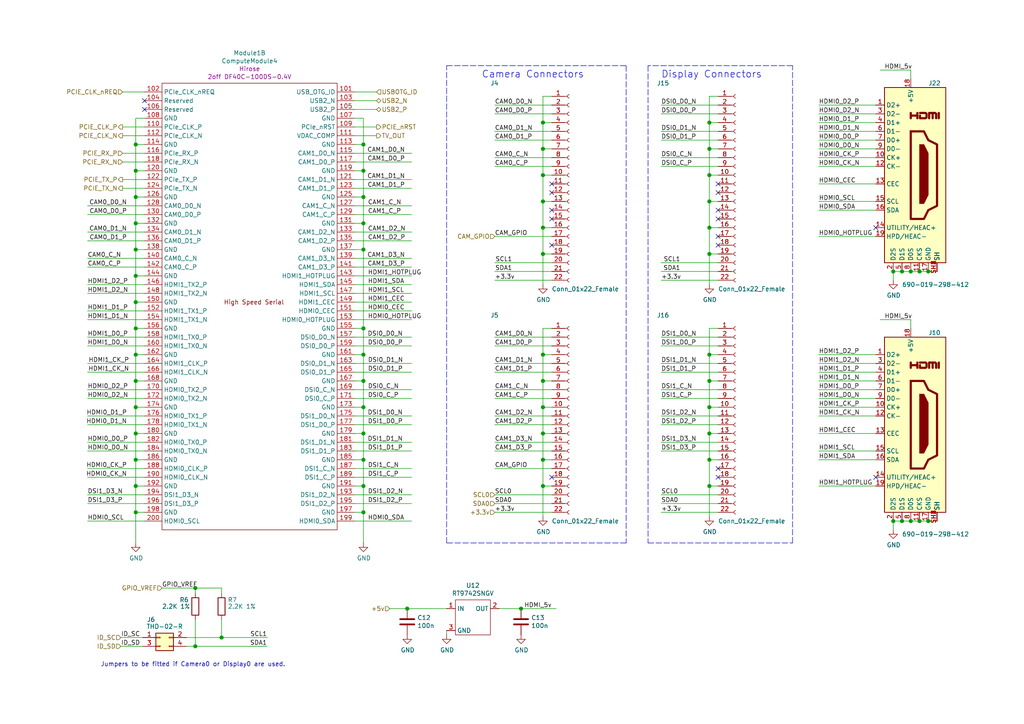
<source format=kicad_sch>
(kicad_sch (version 20211123) (generator eeschema)
  (paper "A4")
  (title_block (title "Compute Module 4 IO Board - CM4 - Highspeed") (rev "1") (company "(c) Raspberry Pi Trading 2020") (comment 1 "www.raspberrypi.org"))
  (junction (at 105.41 95.25) (diameter 1.016))
  (junction (at 157.48 118.11) (diameter 1.016))
  (junction (at 266.7 78.74) (diameter 1.016))
  (junction (at 151.13 176.53) (diameter 1.016))
  (junction (at 39.37 118.11) (diameter 1.016))
  (junction (at 261.62 151.13) (diameter 1.016))
  (junction (at 39.37 87.63) (diameter 1.016))
  (junction (at 259.08 78.74) (diameter 1.016))
  (junction (at 205.74 118.11) (diameter 1.016))
  (junction (at 205.74 58.42) (diameter 1.016))
  (junction (at 105.41 140.97) (diameter 1.016))
  (junction (at 105.41 102.87) (diameter 1.016))
  (junction (at 259.08 151.13) (diameter 1.016))
  (junction (at 205.74 73.66) (diameter 1.016))
  (junction (at 39.37 102.87) (diameter 1.016))
  (junction (at 157.48 58.42) (diameter 1.016))
  (junction (at 157.48 140.97) (diameter 1.016))
  (junction (at 205.74 66.04) (diameter 1.016))
  (junction (at 105.41 133.35) (diameter 1.016))
  (junction (at 39.37 72.39) (diameter 1.016))
  (junction (at 105.41 49.53) (diameter 1.016))
  (junction (at 205.74 133.35) (diameter 1.016))
  (junction (at 39.37 49.53) (diameter 1.016))
  (junction (at 39.37 64.77) (diameter 1.016))
  (junction (at 269.24 78.74) (diameter 1.016))
  (junction (at 205.74 35.56) (diameter 1.016))
  (junction (at 39.37 140.97) (diameter 1.016))
  (junction (at 105.41 118.11) (diameter 1.016))
  (junction (at 39.37 95.25) (diameter 1.016))
  (junction (at 157.48 35.56) (diameter 1.016))
  (junction (at 39.37 80.01) (diameter 1.016))
  (junction (at 205.74 125.73) (diameter 1.016))
  (junction (at 205.74 110.49) (diameter 1.016))
  (junction (at 266.7 151.13) (diameter 1.016))
  (junction (at 205.74 43.18) (diameter 1.016))
  (junction (at 39.37 148.59) (diameter 1.016))
  (junction (at 157.48 66.04) (diameter 1.016))
  (junction (at 56.642 170.561) (diameter 1.016))
  (junction (at 105.41 41.91) (diameter 1.016))
  (junction (at 205.74 102.87) (diameter 1.016))
  (junction (at 264.16 151.13) (diameter 1.016))
  (junction (at 56.642 187.452) (diameter 1.016))
  (junction (at 105.41 110.49) (diameter 1.016))
  (junction (at 105.41 72.39) (diameter 1.016))
  (junction (at 157.48 50.8) (diameter 1.016))
  (junction (at 118.11 176.53) (diameter 1.016))
  (junction (at 261.62 78.74) (diameter 1.016))
  (junction (at 157.48 133.35) (diameter 1.016))
  (junction (at 157.48 102.87) (diameter 1.016))
  (junction (at 205.74 50.8) (diameter 1.016))
  (junction (at 264.16 78.74) (diameter 1.016))
  (junction (at 157.48 110.49) (diameter 1.016))
  (junction (at 64.262 184.912) (diameter 1.016))
  (junction (at 39.37 110.49) (diameter 1.016))
  (junction (at 39.37 41.91) (diameter 1.016))
  (junction (at 105.41 64.77) (diameter 1.016))
  (junction (at 39.37 133.35) (diameter 1.016))
  (junction (at 157.48 73.66) (diameter 1.016))
  (junction (at 39.37 125.73) (diameter 1.016))
  (junction (at 205.74 140.97) (diameter 1.016))
  (junction (at 105.41 148.59) (diameter 1.016))
  (junction (at 105.41 125.73) (diameter 1.016))
  (junction (at 269.24 151.13) (diameter 1.016))
  (junction (at 157.48 125.73) (diameter 1.016))
  (junction (at 39.37 57.15) (diameter 1.016))
  (junction (at 157.48 43.18) (diameter 1.016))
  (junction (at 105.41 57.15) (diameter 1.016))
  (no_connect (at 160.02 53.34))
  (no_connect (at 160.02 60.96))
  (no_connect (at 160.02 63.5))
  (no_connect (at 208.28 63.5))
  (no_connect (at 208.28 60.96))
  (no_connect (at 41.91 31.75))
  (no_connect (at 208.28 68.58))
  (no_connect (at 208.28 138.43))
  (no_connect (at 160.02 138.43))
  (no_connect (at 41.91 29.21))
  (no_connect (at 160.02 71.12))
  (no_connect (at 254 138.43))
  (no_connect (at 208.28 53.34))
  (no_connect (at 208.28 55.88))
  (no_connect (at 208.28 71.12))
  (no_connect (at 160.02 55.88))
  (no_connect (at 208.28 135.89))
  (no_connect (at 254 66.04))
  (wire (pts (xy 25.4 85.09) (xy 41.91 85.09)))
  (wire (pts (xy 119.38 44.45) (xy 102.87 44.45)))
  (wire (pts (xy 191.77 45.72) (xy 208.28 45.72)))
  (wire (pts (xy 269.24 78.74) (xy 271.78 78.74)))
  (wire (pts (xy 208.28 81.28) (xy 191.77 81.28)))
  (wire (pts (xy 119.38 100.33) (xy 102.87 100.33)))
  (wire (pts (xy 39.37 87.63) (xy 41.91 87.63)))
  (wire (pts (xy 143.51 128.27) (xy 160.02 128.27)))
  (polyline (pts (xy 181.61 157.48) (xy 129.54 157.48)) (stroke (width 0) (type dash)))
  (wire (pts (xy 102.87 118.11) (xy 105.41 118.11)))
  (wire (pts (xy 237.49 53.34) (xy 254 53.34)))
  (wire (pts (xy 157.48 73.66) (xy 157.48 82.55)))
  (wire (pts (xy 237.49 115.57) (xy 254 115.57)))
  (wire (pts (xy 25.4 97.79) (xy 41.91 97.79)))
  (wire (pts (xy 56.642 170.561) (xy 64.262 170.561)))
  (wire (pts (xy 237.49 35.56) (xy 254 35.56)))
  (wire (pts (xy 205.74 110.49) (xy 208.28 110.49)))
  (wire (pts (xy 255.27 92.71) (xy 264.16 92.71)))
  (wire (pts (xy 39.37 41.91) (xy 39.37 49.53)))
  (wire (pts (xy 41.91 140.97) (xy 39.37 140.97)))
  (wire (pts (xy 191.77 33.02) (xy 208.28 33.02)))
  (wire (pts (xy 39.37 80.01) (xy 39.37 87.63)))
  (wire (pts (xy 157.48 73.66) (xy 160.02 73.66)))
  (wire (pts (xy 237.49 133.35) (xy 254 133.35)))
  (wire (pts (xy 157.48 125.73) (xy 160.02 125.73)))
  (wire (pts (xy 205.74 140.97) (xy 205.74 149.86)))
  (wire (pts (xy 39.37 102.87) (xy 39.37 110.49)))
  (wire (pts (xy 191.77 100.33) (xy 208.28 100.33)))
  (wire (pts (xy 102.87 146.05) (xy 119.38 146.05)))
  (wire (pts (xy 102.87 62.23) (xy 119.38 62.23)))
  (wire (pts (xy 41.91 148.59) (xy 39.37 148.59)))
  (wire (pts (xy 160.02 68.58) (xy 143.51 68.58)))
  (wire (pts (xy 35.56 54.61) (xy 41.91 54.61)))
  (wire (pts (xy 25.4 115.57) (xy 41.91 115.57)))
  (wire (pts (xy 102.87 113.03) (xy 119.38 113.03)))
  (wire (pts (xy 237.49 33.02) (xy 254 33.02)))
  (wire (pts (xy 237.49 105.41) (xy 254 105.41)))
  (wire (pts (xy 259.08 78.74) (xy 261.62 78.74)))
  (polyline (pts (xy 229.87 19.05) (xy 187.96 19.05)) (stroke (width 0) (type dash)))
  (wire (pts (xy 205.74 66.04) (xy 205.74 73.66)))
  (wire (pts (xy 160.02 76.2) (xy 143.51 76.2)))
  (wire (pts (xy 113.03 176.53) (xy 118.11 176.53)))
  (wire (pts (xy 208.28 27.94) (xy 205.74 27.94)))
  (wire (pts (xy 208.28 95.25) (xy 205.74 95.25)))
  (wire (pts (xy 264.16 78.74) (xy 266.7 78.74)))
  (wire (pts (xy 41.91 123.19) (xy 25.4 123.19)))
  (wire (pts (xy 205.74 133.35) (xy 208.28 133.35)))
  (wire (pts (xy 259.08 78.74) (xy 259.08 81.28)))
  (wire (pts (xy 102.87 41.91) (xy 105.41 41.91)))
  (wire (pts (xy 143.51 100.33) (xy 160.02 100.33)))
  (wire (pts (xy 157.48 50.8) (xy 160.02 50.8)))
  (wire (pts (xy 41.91 62.23) (xy 25.4 62.23)))
  (wire (pts (xy 35.052 187.452) (xy 41.402 187.452)))
  (wire (pts (xy 157.48 118.11) (xy 160.02 118.11)))
  (wire (pts (xy 105.41 118.11) (xy 105.41 125.73)))
  (wire (pts (xy 205.74 133.35) (xy 205.74 140.97)))
  (wire (pts (xy 259.08 151.13) (xy 261.62 151.13)))
  (wire (pts (xy 205.74 102.87) (xy 208.28 102.87)))
  (wire (pts (xy 237.49 48.26) (xy 254 48.26)))
  (wire (pts (xy 56.642 187.452) (xy 77.47 187.452)))
  (wire (pts (xy 105.41 57.15) (xy 105.41 49.53)))
  (wire (pts (xy 39.37 110.49) (xy 39.37 118.11)))
  (wire (pts (xy 237.49 120.65) (xy 254 120.65)))
  (wire (pts (xy 119.38 74.93) (xy 102.87 74.93)))
  (wire (pts (xy 105.41 72.39) (xy 105.41 64.77)))
  (wire (pts (xy 102.87 143.51) (xy 119.38 143.51)))
  (wire (pts (xy 208.28 76.2) (xy 191.77 76.2)))
  (wire (pts (xy 191.77 105.41) (xy 208.28 105.41)))
  (wire (pts (xy 237.49 43.18) (xy 254 43.18)))
  (wire (pts (xy 191.77 38.1) (xy 208.28 38.1)))
  (wire (pts (xy 102.87 39.37) (xy 109.22 39.37)))
  (wire (pts (xy 102.87 92.71) (xy 119.38 92.71)))
  (wire (pts (xy 41.91 67.31) (xy 25.4 67.31)))
  (wire (pts (xy 157.48 95.25) (xy 157.48 102.87)))
  (wire (pts (xy 102.87 135.89) (xy 119.38 135.89)))
  (wire (pts (xy 160.02 95.25) (xy 157.48 95.25)))
  (wire (pts (xy 160.02 78.74) (xy 143.51 78.74)))
  (wire (pts (xy 205.74 43.18) (xy 208.28 43.18)))
  (wire (pts (xy 35.56 39.37) (xy 41.91 39.37)))
  (wire (pts (xy 160.02 81.28) (xy 143.51 81.28)))
  (wire (pts (xy 157.48 110.49) (xy 160.02 110.49)))
  (wire (pts (xy 39.37 118.11) (xy 41.91 118.11)))
  (wire (pts (xy 205.74 35.56) (xy 208.28 35.56)))
  (wire (pts (xy 39.37 95.25) (xy 41.91 95.25)))
  (wire (pts (xy 102.87 57.15) (xy 105.41 57.15)))
  (wire (pts (xy 157.48 102.87) (xy 157.48 110.49)))
  (wire (pts (xy 237.49 113.03) (xy 254 113.03)))
  (wire (pts (xy 119.38 52.07) (xy 102.87 52.07)))
  (wire (pts (xy 157.48 118.11) (xy 157.48 125.73)))
  (wire (pts (xy 191.77 30.48) (xy 208.28 30.48)))
  (wire (pts (xy 160.02 146.05) (xy 143.51 146.05)))
  (wire (pts (xy 259.08 151.13) (xy 259.08 153.67)))
  (wire (pts (xy 39.37 95.25) (xy 39.37 102.87)))
  (wire (pts (xy 261.62 78.74) (xy 264.16 78.74)))
  (wire (pts (xy 205.74 118.11) (xy 208.28 118.11)))
  (wire (pts (xy 102.87 138.43) (xy 119.38 138.43)))
  (wire (pts (xy 205.74 118.11) (xy 205.74 125.73)))
  (wire (pts (xy 264.16 92.71) (xy 264.16 95.25)))
  (wire (pts (xy 205.74 27.94) (xy 205.74 35.56)))
  (wire (pts (xy 208.28 78.74) (xy 191.77 78.74)))
  (wire (pts (xy 105.41 64.77) (xy 105.41 57.15)))
  (wire (pts (xy 157.48 58.42) (xy 160.02 58.42)))
  (wire (pts (xy 105.41 41.91) (xy 105.41 34.29)))
  (wire (pts (xy 261.62 151.13) (xy 264.16 151.13)))
  (wire (pts (xy 157.48 140.97) (xy 160.02 140.97)))
  (wire (pts (xy 143.51 115.57) (xy 160.02 115.57)))
  (wire (pts (xy 237.49 140.97) (xy 254 140.97)))
  (wire (pts (xy 191.77 128.27) (xy 208.28 128.27)))
  (wire (pts (xy 39.37 72.39) (xy 39.37 80.01)))
  (wire (pts (xy 205.74 125.73) (xy 208.28 125.73)))
  (wire (pts (xy 54.102 187.452) (xy 56.642 187.452)))
  (wire (pts (xy 39.37 57.15) (xy 39.37 64.77)))
  (wire (pts (xy 143.51 30.48) (xy 160.02 30.48)))
  (wire (pts (xy 191.77 123.19) (xy 208.28 123.19)))
  (wire (pts (xy 102.87 29.21) (xy 109.22 29.21)))
  (polyline (pts (xy 187.96 19.05) (xy 187.96 157.48)) (stroke (width 0) (type dash)))
  (wire (pts (xy 46.99 170.561) (xy 56.642 170.561)))
  (wire (pts (xy 205.74 43.18) (xy 205.74 50.8)))
  (wire (pts (xy 157.48 102.87) (xy 160.02 102.87)))
  (wire (pts (xy 191.77 107.95) (xy 208.28 107.95)))
  (wire (pts (xy 157.48 133.35) (xy 160.02 133.35)))
  (wire (pts (xy 160.02 148.59) (xy 143.51 148.59)))
  (wire (pts (xy 143.51 38.1) (xy 160.02 38.1)))
  (wire (pts (xy 205.74 102.87) (xy 205.74 110.49)))
  (wire (pts (xy 157.48 140.97) (xy 157.48 149.86)))
  (wire (pts (xy 39.37 49.53) (xy 39.37 57.15)))
  (wire (pts (xy 25.4 143.51) (xy 41.91 143.51)))
  (wire (pts (xy 25.4 151.13) (xy 41.91 151.13)))
  (wire (pts (xy 119.38 97.79) (xy 102.87 97.79)))
  (wire (pts (xy 237.49 107.95) (xy 254 107.95)))
  (wire (pts (xy 160.02 143.51) (xy 143.51 143.51)))
  (wire (pts (xy 105.41 110.49) (xy 105.41 118.11)))
  (wire (pts (xy 157.48 35.56) (xy 157.48 43.18)))
  (wire (pts (xy 102.87 133.35) (xy 105.41 133.35)))
  (wire (pts (xy 105.41 95.25) (xy 105.41 102.87)))
  (wire (pts (xy 143.51 135.89) (xy 160.02 135.89)))
  (wire (pts (xy 41.91 46.99) (xy 35.56 46.99)))
  (wire (pts (xy 157.48 50.8) (xy 157.48 58.42)))
  (wire (pts (xy 119.38 120.65) (xy 102.87 120.65)))
  (wire (pts (xy 102.87 59.69) (xy 119.38 59.69)))
  (wire (pts (xy 157.48 27.94) (xy 157.48 35.56)))
  (wire (pts (xy 25.4 92.71) (xy 41.91 92.71)))
  (wire (pts (xy 191.77 113.03) (xy 208.28 113.03)))
  (wire (pts (xy 41.91 120.65) (xy 25.4 120.65)))
  (wire (pts (xy 35.56 36.83) (xy 41.91 36.83)))
  (wire (pts (xy 157.48 66.04) (xy 157.48 73.66)))
  (wire (pts (xy 25.4 100.33) (xy 41.91 100.33)))
  (wire (pts (xy 143.51 123.19) (xy 160.02 123.19)))
  (wire (pts (xy 119.38 123.19) (xy 102.87 123.19)))
  (wire (pts (xy 237.49 38.1) (xy 254 38.1)))
  (wire (pts (xy 205.74 35.56) (xy 205.74 43.18)))
  (wire (pts (xy 151.13 176.53) (xy 161.29 176.53)))
  (wire (pts (xy 157.48 43.18) (xy 160.02 43.18)))
  (wire (pts (xy 143.51 33.02) (xy 160.02 33.02)))
  (wire (pts (xy 205.74 95.25) (xy 205.74 102.87)))
  (wire (pts (xy 39.37 34.29) (xy 39.37 41.91)))
  (wire (pts (xy 102.87 110.49) (xy 105.41 110.49)))
  (wire (pts (xy 41.91 44.45) (xy 35.56 44.45)))
  (wire (pts (xy 143.51 120.65) (xy 160.02 120.65)))
  (wire (pts (xy 205.74 50.8) (xy 205.74 58.42)))
  (wire (pts (xy 39.37 87.63) (xy 39.37 95.25)))
  (wire (pts (xy 143.51 105.41) (xy 160.02 105.41)))
  (wire (pts (xy 39.37 140.97) (xy 39.37 148.59)))
  (wire (pts (xy 157.48 58.42) (xy 157.48 66.04)))
  (wire (pts (xy 208.28 143.51) (xy 191.77 143.51)))
  (wire (pts (xy 264.16 20.32) (xy 264.16 22.86)))
  (wire (pts (xy 237.49 58.42) (xy 254 58.42)))
  (wire (pts (xy 237.49 110.49) (xy 254 110.49)))
  (wire (pts (xy 39.37 118.11) (xy 39.37 125.73)))
  (wire (pts (xy 102.87 148.59) (xy 105.41 148.59)))
  (wire (pts (xy 105.41 133.35) (xy 105.41 140.97)))
  (wire (pts (xy 157.48 133.35) (xy 157.48 140.97)))
  (wire (pts (xy 266.7 78.74) (xy 269.24 78.74)))
  (wire (pts (xy 39.37 64.77) (xy 39.37 72.39)))
  (wire (pts (xy 119.38 54.61) (xy 102.87 54.61)))
  (wire (pts (xy 102.87 107.95) (xy 119.38 107.95)))
  (wire (pts (xy 25.4 128.27) (xy 41.91 128.27)))
  (wire (pts (xy 102.87 67.31) (xy 119.38 67.31)))
  (wire (pts (xy 102.87 125.73) (xy 105.41 125.73)))
  (wire (pts (xy 39.37 133.35) (xy 39.37 140.97)))
  (wire (pts (xy 160.02 27.94) (xy 157.48 27.94)))
  (wire (pts (xy 39.37 125.73) (xy 41.91 125.73)))
  (wire (pts (xy 39.37 49.53) (xy 41.91 49.53)))
  (wire (pts (xy 41.91 105.41) (xy 25.4 105.41)))
  (wire (pts (xy 143.51 40.64) (xy 160.02 40.64)))
  (wire (pts (xy 191.77 130.81) (xy 208.28 130.81)))
  (wire (pts (xy 157.48 125.73) (xy 157.48 133.35)))
  (wire (pts (xy 191.77 48.26) (xy 208.28 48.26)))
  (wire (pts (xy 35.052 184.912) (xy 41.402 184.912)))
  (wire (pts (xy 205.74 73.66) (xy 205.74 82.55)))
  (wire (pts (xy 105.41 49.53) (xy 105.41 41.91)))
  (wire (pts (xy 25.4 113.03) (xy 41.91 113.03)))
  (wire (pts (xy 237.49 102.87) (xy 254 102.87)))
  (wire (pts (xy 119.38 77.47) (xy 102.87 77.47)))
  (wire (pts (xy 205.74 110.49) (xy 205.74 118.11)))
  (wire (pts (xy 205.74 50.8) (xy 208.28 50.8)))
  (wire (pts (xy 41.91 69.85) (xy 25.4 69.85)))
  (wire (pts (xy 266.7 151.13) (xy 269.24 151.13)))
  (wire (pts (xy 39.37 64.77) (xy 41.91 64.77)))
  (wire (pts (xy 25.4 74.93) (xy 41.91 74.93)))
  (wire (pts (xy 35.56 52.07) (xy 41.91 52.07)))
  (wire (pts (xy 143.51 97.79) (xy 160.02 97.79)))
  (wire (pts (xy 39.37 72.39) (xy 41.91 72.39)))
  (wire (pts (xy 157.48 110.49) (xy 157.48 118.11)))
  (wire (pts (xy 205.74 125.73) (xy 205.74 133.35)))
  (wire (pts (xy 39.37 57.15) (xy 41.91 57.15)))
  (wire (pts (xy 102.87 69.85) (xy 119.38 69.85)))
  (wire (pts (xy 35.56 26.67) (xy 41.91 26.67)))
  (wire (pts (xy 54.102 184.912) (xy 64.262 184.912)))
  (wire (pts (xy 208.28 148.59) (xy 191.77 148.59)))
  (wire (pts (xy 109.22 26.67) (xy 102.87 26.67)))
  (wire (pts (xy 269.24 151.13) (xy 271.78 151.13)))
  (polyline (pts (xy 181.61 19.05) (xy 181.61 157.48)) (stroke (width 0) (type dash)))
  (wire (pts (xy 237.49 40.64) (xy 254 40.64)))
  (wire (pts (xy 25.4 130.81) (xy 41.91 130.81)))
  (wire (pts (xy 205.74 58.42) (xy 208.28 58.42)))
  (wire (pts (xy 118.11 176.53) (xy 129.54 176.53)))
  (wire (pts (xy 41.91 34.29) (xy 39.37 34.29)))
  (wire (pts (xy 64.262 170.561) (xy 64.262 172.085)))
  (wire (pts (xy 41.91 135.89) (xy 25.4 135.89)))
  (wire (pts (xy 102.87 151.13) (xy 119.38 151.13)))
  (wire (pts (xy 191.77 120.65) (xy 208.28 120.65)))
  (wire (pts (xy 119.38 128.27) (xy 102.87 128.27)))
  (wire (pts (xy 41.91 59.69) (xy 25.4 59.69)))
  (wire (pts (xy 237.49 60.96) (xy 254 60.96)))
  (wire (pts (xy 157.48 35.56) (xy 160.02 35.56)))
  (wire (pts (xy 119.38 130.81) (xy 102.87 130.81)))
  (wire (pts (xy 157.48 66.04) (xy 160.02 66.04)))
  (wire (pts (xy 39.37 125.73) (xy 39.37 133.35)))
  (wire (pts (xy 41.91 107.95) (xy 25.4 107.95)))
  (wire (pts (xy 143.51 107.95) (xy 160.02 107.95)))
  (wire (pts (xy 143.51 130.81) (xy 160.02 130.81)))
  (wire (pts (xy 41.91 138.43) (xy 25.4 138.43)))
  (wire (pts (xy 102.87 31.75) (xy 109.22 31.75)))
  (polyline (pts (xy 129.54 19.05) (xy 181.61 19.05)) (stroke (width 0) (type dash)))
  (wire (pts (xy 102.87 49.53) (xy 105.41 49.53)))
  (wire (pts (xy 102.87 64.77) (xy 105.41 64.77)))
  (wire (pts (xy 102.87 87.63) (xy 119.38 87.63)))
  (wire (pts (xy 56.642 170.561) (xy 56.642 172.085)))
  (wire (pts (xy 143.51 48.26) (xy 160.02 48.26)))
  (wire (pts (xy 25.4 77.47) (xy 41.91 77.47)))
  (polyline (pts (xy 129.54 157.48) (xy 129.54 19.05)) (stroke (width 0) (type dash)))
  (wire (pts (xy 105.41 125.73) (xy 105.41 133.35)))
  (wire (pts (xy 129.54 182.88) (xy 129.54 184.15)))
  (wire (pts (xy 39.37 133.35) (xy 41.91 133.35)))
  (polyline (pts (xy 187.96 157.48) (xy 229.87 157.48)) (stroke (width 0) (type dash)))
  (wire (pts (xy 144.78 176.53) (xy 151.13 176.53)))
  (wire (pts (xy 205.74 66.04) (xy 208.28 66.04)))
  (wire (pts (xy 237.49 130.81) (xy 254 130.81)))
  (wire (pts (xy 237.49 30.48) (xy 254 30.48)))
  (wire (pts (xy 143.51 113.03) (xy 160.02 113.03)))
  (wire (pts (xy 105.41 148.59) (xy 105.41 157.48)))
  (wire (pts (xy 39.37 110.49) (xy 41.91 110.49)))
  (wire (pts (xy 105.41 102.87) (xy 105.41 110.49)))
  (wire (pts (xy 102.87 95.25) (xy 105.41 95.25)))
  (wire (pts (xy 191.77 115.57) (xy 208.28 115.57)))
  (wire (pts (xy 102.87 115.57) (xy 119.38 115.57)))
  (wire (pts (xy 102.87 102.87) (xy 105.41 102.87)))
  (wire (pts (xy 102.87 90.17) (xy 119.38 90.17)))
  (wire (pts (xy 102.87 85.09) (xy 119.38 85.09)))
  (wire (pts (xy 119.38 46.99) (xy 102.87 46.99)))
  (wire (pts (xy 105.41 140.97) (xy 105.41 148.59)))
  (wire (pts (xy 39.37 102.87) (xy 41.91 102.87)))
  (wire (pts (xy 102.87 82.55) (xy 119.38 82.55)))
  (wire (pts (xy 102.87 105.41) (xy 119.38 105.41)))
  (wire (pts (xy 64.262 184.912) (xy 77.597 184.912)))
  (wire (pts (xy 143.51 45.72) (xy 160.02 45.72)))
  (wire (pts (xy 205.74 73.66) (xy 208.28 73.66)))
  (wire (pts (xy 105.41 34.29) (xy 102.87 34.29)))
  (wire (pts (xy 205.74 58.42) (xy 205.74 66.04)))
  (wire (pts (xy 39.37 41.91) (xy 41.91 41.91)))
  (polyline (pts (xy 229.87 157.48) (xy 229.87 19.05)) (stroke (width 0) (type dash)))
  (wire (pts (xy 56.642 179.705) (xy 56.642 187.452)))
  (wire (pts (xy 102.87 72.39) (xy 105.41 72.39)))
  (wire (pts (xy 157.48 43.18) (xy 157.48 50.8)))
  (wire (pts (xy 191.77 40.64) (xy 208.28 40.64)))
  (wire (pts (xy 264.16 151.13) (xy 266.7 151.13)))
  (wire (pts (xy 255.27 20.32) (xy 264.16 20.32)))
  (wire (pts (xy 39.37 80.01) (xy 41.91 80.01)))
  (wire (pts (xy 39.37 148.59) (xy 39.37 157.48)))
  (wire (pts (xy 105.41 72.39) (xy 105.41 95.25)))
  (wire (pts (xy 25.4 90.17) (xy 41.91 90.17)))
  (wire (pts (xy 102.87 140.97) (xy 105.41 140.97)))
  (wire (pts (xy 237.49 125.73) (xy 254 125.73)))
  (wire (pts (xy 102.87 80.01) (xy 119.38 80.01)))
  (wire (pts (xy 208.28 146.05) (xy 191.77 146.05)))
  (wire (pts (xy 64.262 179.705) (xy 64.262 184.912)))
  (wire (pts (xy 102.87 36.83) (xy 109.22 36.83)))
  (wire (pts (xy 25.4 82.55) (xy 41.91 82.55)))
  (wire (pts (xy 191.77 97.79) (xy 208.28 97.79)))
  (wire (pts (xy 237.49 45.72) (xy 254 45.72)))
  (wire (pts (xy 237.49 68.58) (xy 254 68.58)))
  (wire (pts (xy 237.49 118.11) (xy 254 118.11)))
  (wire (pts (xy 205.74 140.97) (xy 208.28 140.97)))
  (wire (pts (xy 25.4 146.05) (xy 41.91 146.05)))
  (text "Jumpers to be fitted if Camera0 or Display0 are used.\n" (at 82.804 193.548 0) (effects (font (size 1.27 1.27)) (justify right bottom)))
  (text "Camera Connectors" (at 139.7 22.86 0) (effects (font (size 2.0066 2.0066)) (justify left bottom)))
  (text "Display Connectors" (at 191.77 22.86 0) (effects (font (size 2.0066 2.0066)) (justify left bottom)))
  (label "SDA0" (at 191.77 146.05 0))
  (label "DSI1_C_P" (at 106.68 138.43 0))
  (label "HDMI_5v" (at 256.54 20.32 0))
  (label "HDMI0_CK_N" (at 237.49 48.26 0))
  (label "CAM1_D2_N" (at 106.68 67.31 0))
  (label "HDMI0_CK_P" (at 36.83 135.89 180))
  (label "HDMI1_SDA" (at 106.68 82.55 0))
  (label "DSI0_C_P" (at 106.68 115.57 0))
  (label "CAM1_C_P" (at 143.51 115.57 0))
  (label "CAM0_D0_P" (at 143.51 33.02 0))
  (label "CAM1_D1_N" (at 143.51 105.41 0))
  (label "HDMI0_D2_P" (at 237.49 30.48 0))
  (label "HDMI0_D1_N" (at 36.83 123.19 180))
  (label "HDMI1_SCL" (at 106.68 85.09 0))
  (label "CAM0_D0_N" (at 143.51 30.48 0))
  (label "CAM1_D0_P" (at 143.51 100.33 0))
  (label "DSI1_C_P" (at 191.77 115.57 0))
  (label "DSI0_D1_N" (at 106.68 105.41 0))
  (label "SDA1" (at 197.358 78.74 180))
  (label "HDMI0_D0_P" (at 25.4 128.27 0))
  (label "DSI1_D0_P" (at 116.84 123.19 180))
  (label "CAM1_D1_N" (at 117.475 52.07 180))
  (label "CAM1_D3_P" (at 143.51 130.81 0))
  (label "HDMI1_CK_P" (at 37.465 105.41 180))
  (label "CAM1_D3_N" (at 143.51 128.27 0))
  (label "DSI0_D0_N" (at 191.77 30.48 0))
  (label "CAM1_D0_N" (at 117.475 44.45 180))
  (label "HDMI0_CEC" (at 106.68 90.17 0))
  (label "HDMI1_SCL" (at 237.49 130.81 0))
  (label "DSI1_D1_N" (at 191.77 105.41 0))
  (label "CAM0_D0_N" (at 36.83 59.69 180))
  (label "+3.3v" (at 143.51 148.59 0))
  (label "CAM0_D1_N" (at 143.51 38.1 0))
  (label "HDMI1_D2_P" (at 25.4 82.55 0))
  (label "DSI0_C_N" (at 106.68 113.03 0))
  (label "DSI1_D3_P" (at 191.77 130.81 0))
  (label "HDMI0_D0_N" (at 237.49 43.18 0))
  (label "DSI1_D2_N" (at 191.77 120.65 0))
  (label "HDMI1_D0_P" (at 25.4 97.79 0))
  (label "CAM1_D1_P" (at 117.475 54.61 180))
  (label "CAM1_C_N" (at 106.68 59.69 0))
  (label "HDMI0_HOTPLUG" (at 237.49 68.58 0))
  (label "DSI1_D0_P" (at 191.77 100.33 0))
  (label "HDMI1_D2_P" (at 237.49 102.87 0))
  (label "HDMI1_D1_P" (at 237.49 107.95 0))
  (label "CAM1_D3_N" (at 117.475 74.93 180))
  (label "HDMI0_D0_N" (at 25.4 130.81 0))
  (label "CAM1_C_N" (at 143.51 113.03 0))
  (label "CAM0_D1_N" (at 36.83 67.31 180))
  (label "SCL1" (at 197.358 76.2 180))
  (label "HDMI0_CK_P" (at 237.49 45.72 0))
  (label "HDMI0_SCL" (at 237.49 58.42 0))
  (label "DSI0_D1_N" (at 191.77 38.1 0))
  (label "CAM0_C_P" (at 25.4 77.47 0))
  (label "ID_SD" (at 40.64 187.452 180))
  (label "HDMI0_D1_N" (at 237.49 38.1 0))
  (label "HDMI0_D2_N" (at 25.4 115.57 0))
  (label "DSI1_D3_N" (at 25.4 143.51 0))
  (label "HDMI0_D1_P" (at 36.83 120.65 180))
  (label "CAM0_D1_P" (at 36.83 69.85 180))
  (label "CAM0_D0_P" (at 36.83 62.23 180))
  (label "CAM0_C_P" (at 143.51 48.26 0))
  (label "CAM_GPIO" (at 143.51 68.58 0))
  (label "HDMI1_CEC" (at 106.68 87.63 0))
  (label "HDMI1_D0_P" (at 237.49 113.03 0))
  (label "HDMI0_D0_P" (at 237.49 40.64 0))
  (label "DSI1_D1_P" (at 191.77 107.95 0))
  (label "HDMI_5v" (at 160.02 176.53 180))
  (label "DSI0_D1_P" (at 191.77 40.64 0))
  (label "DSI1_C_N" (at 191.77 113.03 0))
  (label "HDMI0_SDA" (at 237.49 60.96 0))
  (label "HDMI1_D2_N" (at 237.49 105.41 0))
  (label "CAM0_C_N" (at 25.4 74.93 0))
  (label "SCL1" (at 77.47 184.912 180))
  (label "GPIO_VREF" (at 46.99 170.561 0))
  (label "DSI1_C_N" (at 106.68 135.89 0))
  (label "DSI1_D0_N" (at 116.84 120.65 180))
  (label "HDMI0_D2_P" (at 25.4 113.03 0))
  (label "SDA0" (at 143.51 146.05 0))
  (label "CAM1_D0_P" (at 117.475 46.99 180))
  (label "HDMI1_CK_N" (at 237.49 120.65 0))
  (label "DSI0_D0_P" (at 116.84 100.33 180))
  (label "DSI1_D3_P" (at 25.4 146.05 0))
  (label "CAM1_D2_N" (at 143.51 120.65 0))
  (label "DSI1_D0_N" (at 191.77 97.79 0))
  (label "DSI1_D1_N" (at 116.84 128.27 180))
  (label "SCL0" (at 143.51 143.51 0))
  (label "SCL1" (at 148.59 76.2 180))
  (label "HDMI1_D1_N" (at 237.49 110.49 0))
  (label "HDMI1_D0_N" (at 237.49 115.57 0))
  (label "HDMI0_SCL" (at 25.4 151.13 0))
  (label "DSI0_D1_P" (at 106.68 107.95 0))
  (label "HDMI_5v" (at 256.54 92.71 0))
  (label "HDMI1_CK_P" (at 237.49 118.11 0))
  (label "HDMI1_D0_N" (at 25.4 100.33 0))
  (label "SCL0" (at 191.77 143.51 0))
  (label "DSI0_D0_N" (at 116.84 97.79 180))
  (label "HDMI0_CK_N" (at 36.83 138.43 180))
  (label "DSI1_D3_N" (at 191.77 128.27 0))
  (label "DSI0_D0_P" (at 191.77 33.02 0))
  (label "SDA1" (at 77.47 187.452 180))
  (label "HDMI0_CEC" (at 237.49 53.34 0))
  (label "CAM1_D2_P" (at 143.51 123.19 0))
  (label "CAM_GPIO" (at 143.51 135.89 0))
  (label "DSI0_C_N" (at 191.77 45.72 0))
  (label "CAM1_D0_N" (at 143.51 97.79 0))
  (label "CAM1_C_P" (at 106.68 62.23 0))
  (label "DSI1_D2_N" (at 106.68 143.51 0))
  (label "ID_SC" (at 40.64 184.912 180))
  (label "HDMI1_D2_N" (at 25.4 85.09 0))
  (label "DSI1_D2_P" (at 191.77 123.19 0))
  (label "HDMI1_HOTPLUG" (at 237.49 140.97 0))
  (label "CAM0_C_N" (at 143.51 45.72 0))
  (label "HDMI1_D1_N" (at 25.4 92.71 0))
  (label "CAM1_D1_P" (at 143.51 107.95 0))
  (label "CAM1_D2_P" (at 106.68 69.85 0))
  (label "SDA1" (at 148.59 78.74 180))
  (label "HDMI0_SDA" (at 106.68 151.13 0))
  (label "CAM0_D1_P" (at 143.51 40.64 0))
  (label "HDMI0_HOTPLUG" (at 106.68 92.71 0))
  (label "+3.3v" (at 191.77 148.59 0))
  (label "+3.3v" (at 191.77 81.28 0))
  (label "HDMI0_D2_N" (at 237.49 33.02 0))
  (label "HDMI1_CEC" (at 237.49 125.73 0))
  (label "HDMI1_SDA" (at 237.49 133.35 0))
  (label "HDMI1_D1_P" (at 25.4 90.17 0))
  (label "HDMI1_HOTPLUG" (at 106.68 80.01 0))
  (label "+3.3v" (at 143.51 81.28 0))
  (label "DSI0_C_P" (at 191.77 48.26 0))
  (label "DSI1_D1_P" (at 116.84 130.81 180))
  (label "DSI1_D2_P" (at 106.68 146.05 0))
  (label "HDMI0_D1_P" (at 237.49 35.56 0))
  (label "HDMI1_CK_N" (at 37.465 107.95 180))
  (label "CAM1_D3_P" (at 117.475 77.47 180))
  (hierarchical_label "SDA0" (shape input) (at 143.51 146.05 180))
  (hierarchical_label "PCIE_CLK_N" (shape output) (at 35.56 39.37 180))
  (hierarchical_label "TV_OUT" (shape output) (at 109.22 39.37 0))
  (hierarchical_label "GPIO_VREF" (shape input) (at 46.99 170.561 180))
  (hierarchical_label "+3.3v" (shape input) (at 143.51 148.59 180))
  (hierarchical_label "PCIE_RX_P" (shape input) (at 35.56 44.45 180))
  (hierarchical_label "PCIE_nRST" (shape output) (at 109.22 36.83 0))
  (hierarchical_label "PCIE_TX_N" (shape output) (at 35.56 54.61 180))
  (hierarchical_label "+5v" (shape input) (at 113.03 176.53 180))
  (hierarchical_label "SCL0" (shape input) (at 143.51 143.51 180))
  (hierarchical_label "PCIE_RX_N" (shape input) (at 35.56 46.99 180))
  (hierarchical_label "PCIE_CLK_P" (shape output) (at 35.56 36.83 180))
  (hierarchical_label "ID_SC" (shape input) (at 35.052 184.912 180))
  (hierarchical_label "USB2_P" (shape bidirectional) (at 109.22 31.75 0))
  (hierarchical_label "CAM_GPIO" (shape input) (at 143.51 68.58 180))
  (hierarchical_label "PCIE_CLK_nREQ" (shape input) (at 35.56 26.67 180))
  (hierarchical_label "USB2_N" (shape bidirectional) (at 109.22 29.21 0))
  (hierarchical_label "USBOTG_ID" (shape input) (at 109.22 26.67 0))
  (hierarchical_label "PCIE_TX_P" (shape output) (at 35.56 52.07 180))
  (hierarchical_label "ID_SD" (shape input) (at 35.052 187.452 180))
  (symbol (lib_id "power:GND") (at 259.08 81.28 0) (unit 1)
    (property "Reference" "#PWR0128" (effects hide))
    (property "Value" "GND" (at 259.207 85.6742 0))
  )
  (symbol (lib_id "power:GND") (at 259.08 153.67 0) (unit 1)
    (property "Reference" "#PWR0129" (effects hide))
    (property "Value" "GND" (at 259.207 158.0642 0))
  )
  (symbol (lib_id "power:GND") (at 105.41 157.48 0) (unit 1)
    (property "Reference" "#PWR0130" (effects hide))
    (property "Value" "GND" (at 105.537 161.8742 0))
  )
  (symbol (lib_id "power:GND") (at 39.37 157.48 0) (unit 1)
    (property "Reference" "#PWR0131" (effects hide))
    (property "Value" "GND" (at 39.497 161.8742 0))
  )
  (symbol (lib_id "Connector:Conn_01x22_Female") (at 165.1 53.34 0) (unit 1)
    (property "Reference" "J4" (at 142.24 24.13 0) (effects (justify left)))
    (property "Value" "Conn_01x22_Female" (at 160.02 83.82 0) (effects (justify left)))
    (property "Footprint" "Connector_FFC-FPC:Hirose_FH12-22S-0.5SH_1x22-1MP_P0.50mm_Horizontal" (effects hide))
    (property "Datasheet" "https://www.hirose.com/product/document?clcode=&productname=&series=FH12&documenttype=Catalog&lang=en&documentid=D31648_en" (effects hide))
    (property "Field4" "Mouser" (effects hide))
    (property "Field5" "798-FH12-22S-0.5SH55" (effects hide))
    (property "Field6" "FH12-22S-0.5SH55" (effects hide))
    (property "Field7" "Hirose" (effects hide))
    (property "Part Description" "22 Position FFC, FPC Connector Contacts, Bottom 0.020\" (0.50mm) Surface Mount, Right Angle" (effects hide))
  )
  (symbol (lib_id "power:GND") (at 157.48 82.55 0) (unit 1)
    (property "Reference" "#PWR0132" (effects hide))
    (property "Value" "GND" (at 157.607 86.9442 0))
  )
  (symbol (lib_id "power:GND") (at 205.74 82.55 0) (unit 1)
    (property "Reference" "#PWR0133" (effects hide))
    (property "Value" "GND" (at 205.867 86.9442 0))
  )
  (symbol (lib_id "power:GND") (at 157.48 149.86 0) (unit 1)
    (property "Reference" "#PWR0134" (effects hide))
    (property "Value" "GND" (at 157.607 154.2542 0))
  )
  (symbol (lib_id "power:GND") (at 205.74 149.86 0) (unit 1)
    (property "Reference" "#PWR0135" (effects hide))
    (property "Value" "GND" (at 205.867 154.2542 0))
  )
  (symbol (lib_id "Device:R") (at 56.642 175.895 0) (unit 1)
    (property "Reference" "R6" (at 52.07 173.99 0) (effects (justify left)))
    (property "Value" "2.2K 1%" (at 46.99 175.895 0) (effects (justify left)))
    (property "Footprint" "Resistor_SMD:R_0402_1005Metric" (effects hide))
    (property "Datasheet" "https://fscdn.rohm.com/en/products/databook/datasheet/passive/resistor/chip_resistor/mcr-e.pdf" (effects hide))
    (property "Field4" "Farnell" (effects hide))
    (property "Field5" "9239278" (effects hide))
    (property "Field7" "KOA EUROPE GMBH" (effects hide))
    (property "Field6" "RK73G1ETQTP2201D         " (effects hide))
    (property "Part Description" "Resistor 2.2K M1005 1% 63mW" (effects hide))
    (property "Field8" "120889581" (effects hide))
  )
  (symbol (lib_id "Device:R") (at 64.262 175.895 0) (unit 1)
    (property "Reference" "R7" (at 66.04 173.99 0) (effects (justify left)))
    (property "Value" "2.2K 1%" (at 66.04 175.895 0) (effects (justify left)))
    (property "Footprint" "Resistor_SMD:R_0402_1005Metric" (effects hide))
    (property "Datasheet" "https://fscdn.rohm.com/en/products/databook/datasheet/passive/resistor/chip_resistor/mcr-e.pdf" (effects hide))
    (property "Field4" "Farnell" (effects hide))
    (property "Field5" "9239278" (effects hide))
    (property "Field7" "KOA EUROPE GMBH" (effects hide))
    (property "Field6" "RK73G1ETQTP2201D         " (effects hide))
    (property "Part Description" "Resistor 2.2K M1005 1% 63mW" (effects hide))
    (property "Field8" "120889581" (effects hide))
  )
  (symbol (lib_id "Connector:Conn_01x22_Female") (at 165.1 120.65 0) (unit 1)
    (property "Reference" "J5" (at 142.24 91.44 0) (effects (justify left)))
    (property "Value" "Conn_01x22_Female" (at 160.02 151.13 0) (effects (justify left)))
    (property "Footprint" "Connector_FFC-FPC:Hirose_FH12-22S-0.5SH_1x22-1MP_P0.50mm_Horizontal" (effects hide))
    (property "Datasheet" "https://www.hirose.com/product/document?clcode=&productname=&series=FH12&documenttype=Catalog&lang=en&documentid=D31648_en" (effects hide))
    (property "Field4" "Mouser" (effects hide))
    (property "Field5" "798-FH12-22S-0.5SH55" (effects hide))
    (property "Field6" "FH12-22S-0.5SH55" (effects hide))
    (property "Field7" "Hirose" (effects hide))
    (property "Part Description" "22 Position FFC, FPC Connector Contacts, Bottom 0.020\" (0.50mm) Surface Mount, Right Angle" (effects hide))
  )
  (symbol (lib_id "Connector:Conn_01x22_Female") (at 213.36 53.34 0) (unit 1)
    (property "Reference" "J15" (at 190.5 24.13 0) (effects (justify left)))
    (property "Value" "Conn_01x22_Female" (at 208.28 83.82 0) (effects (justify left)))
    (property "Footprint" "Connector_FFC-FPC:Hirose_FH12-22S-0.5SH_1x22-1MP_P0.50mm_Horizontal" (effects hide))
    (property "Datasheet" "https://www.hirose.com/product/document?clcode=&productname=&series=FH12&documenttype=Catalog&lang=en&documentid=D31648_en" (effects hide))
    (property "Field4" "Mouser" (effects hide))
    (property "Field5" "798-FH12-22S-0.5SH55" (effects hide))
    (property "Field6" "FH12-22S-0.5SH55" (effects hide))
    (property "Field7" "Hirose" (effects hide))
    (property "Part Description" "22 Position FFC, FPC Connector Contacts, Bottom 0.020\" (0.50mm) Surface Mount, Right Angle" (effects hide))
  )
  (symbol (lib_id "Connector:Conn_01x22_Female") (at 213.36 120.65 0) (unit 1)
    (property "Reference" "J16" (at 190.5 91.44 0) (effects (justify left)))
    (property "Value" "Conn_01x22_Female" (at 208.28 151.13 0) (effects (justify left)))
    (property "Footprint" "Connector_FFC-FPC:Hirose_FH12-22S-0.5SH_1x22-1MP_P0.50mm_Horizontal" (effects hide))
    (property "Datasheet" "https://www.hirose.com/product/document?clcode=&productname=&series=FH12&documenttype=Catalog&lang=en&documentid=D31648_en" (effects hide))
    (property "Field4" "Mouser" (effects hide))
    (property "Field5" "798-FH12-22S-0.5SH55" (effects hide))
    (property "Field6" "FH12-22S-0.5SH55" (effects hide))
    (property "Field7" "Hirose" (effects hide))
    (property "Part Description" "22 Position FFC, FPC Connector Contacts, Bottom 0.020\" (0.50mm) Surface Mount, Right Angle" (effects hide))
  )
  (symbol (lib_id "CM4IO:HDMI_A_1.4") (at 264.16 50.8 0) (unit 1)
    (property "Reference" "J22" (at 269.24 24.13 0) (effects (justify left)))
    (property "Value" "690-019-298-412" (at 261.62 82.55 0) (effects (justify left)))
    (property "Footprint" "CM4IO:EDAC 690-019-298-412" (effects hide))
    (property "Datasheet" "https://www.tme.eu/Document/f15dffbcfad8545e17826f72d36911c8/206A-SEAN-R03.pdf" (effects hide))
    (property "Field4" "Farnell" (effects hide))
    (property "Field5" "2614936" (effects hide))
    (property "Field6" "690-019-298-412" (effects hide))
    (property "Field7" "EDAC" (effects hide))
    (property "Part Description" "HDMI Connector, Right Angle, 19 Contacts, Receptacle, Surface Mount, Surface Mount Right Angle" (effects hide))
    (property "Field8" "UCON00802" (effects hide))
  )
  (symbol (lib_id "CM4IO:HDMI_A_1.4") (at 264.16 123.19 0) (unit 1)
    (property "Reference" "J10" (at 269.24 96.52 0) (effects (justify left)))
    (property "Value" "690-019-298-412" (at 261.62 154.94 0) (effects (justify left)))
    (property "Footprint" "CM4IO:EDAC 690-019-298-412" (effects hide))
    (property "Datasheet" "https://www.tme.eu/Document/f15dffbcfad8545e17826f72d36911c8/206A-SEAN-R03.pdf" (effects hide))
    (property "Field4" "Farnell" (effects hide))
    (property "Field5" "2614936" (effects hide))
    (property "Field6" "690-019-298-412" (effects hide))
    (property "Field7" "EDAC" (effects hide))
    (property "Part Description" "HDMI Connector, Right Angle, 19 Contacts, Receptacle, Surface Mount, Surface Mount Right Angle" (effects hide))
    (property "Field8" "UCON00802" (effects hide))
  )
  (symbol (lib_id "Device:C") (at 151.13 180.34 0) (unit 1)
    (property "Reference" "C13" (at 154.051 179.1716 0) (effects (justify left)))
    (property "Value" "100n" (at 154.051 181.483 0) (effects (justify left)))
    (property "Footprint" "Capacitor_SMD:C_0402_1005Metric" (effects hide))
    (property "Datasheet" "https://search.murata.co.jp/Ceramy/image/img/A01X/G101/ENG/GRM155R71C104KA88-01.pdf" (effects hide))
    (property "Field4" "Farnell" (effects hide))
    (property "Field5" "2611911" (effects hide))
    (property "Field6" "RM EMK105 B7104KV-F" (effects hide))
    (property "Field7" "TAIYO YUDEN EUROPE GMBH" (effects hide))
    (property "Part Description" "	0.1uF 10% 16V Ceramic Capacitor X7R 0402 (1005 Metric)" (effects hide))
    (property "Field8" "110091611" (effects hide))
  )
  (symbol (lib_id "Device:C") (at 118.11 180.34 0) (unit 1)
    (property "Reference" "C12" (at 121.031 179.1716 0) (effects (justify left)))
    (property "Value" "100n" (at 121.031 181.483 0) (effects (justify left)))
    (property "Footprint" "Capacitor_SMD:C_0402_1005Metric" (effects hide))
    (property "Datasheet" "https://search.murata.co.jp/Ceramy/image/img/A01X/G101/ENG/GRM155R71C104KA88-01.pdf" (effects hide))
    (property "Field4" "Farnell" (effects hide))
    (property "Field5" "2611911" (effects hide))
    (property "Field6" "RM EMK105 B7104KV-F" (effects hide))
    (property "Field7" "TAIYO YUDEN EUROPE GMBH" (effects hide))
    (property "Part Description" "	0.1uF 10% 16V Ceramic Capacitor X7R 0402 (1005 Metric)" (effects hide))
    (property "Field8" "110091611" (effects hide))
  )
  (symbol (lib_id "CM4IO:RT9742SNGV") (at 134.62 180.34 0) (unit 1)
    (property "Reference" "U12" (at 137.16 169.799 0))
    (property "Value" "RT9742SNGV" (at 137.16 172.1104 0))
    (property "Footprint" "Package_TO_SOT_SMD:SOT-23" (effects hide))
    (property "Datasheet" "https://www.richtek.com/assets/product_file/RT9742/DS9742-09.pdf" (effects hide))
    (property "Field4" "Farnell" (effects hide))
    (property "Field5" "2575555" (effects hide))
    (property "Field6" "RT9742SNGV" (effects hide))
    (property "Field7" "RichTek" (effects hide))
    (property "Part Description" "Power Switch/Driver 1:1 N-Channel 500mA SOT-23-3" (effects hide))
    (property "Field8" "USWI00155" (effects hide))
  )
  (symbol (lib_id "power:GND") (at 151.13 184.15 0) (unit 1)
    (property "Reference" "#PWR0136" (effects hide))
    (property "Value" "GND" (at 151.257 188.5442 0))
  )
  (symbol (lib_id "power:GND") (at 118.11 184.15 0) (unit 1)
    (property "Reference" "#PWR0137" (effects hide))
    (property "Value" "GND" (at 118.237 188.5442 0))
  )
  (symbol (lib_id "power:GND") (at 129.54 184.15 0) (unit 1)
    (property "Reference" "#PWR0138" (effects hide))
    (property "Value" "GND" (at 129.667 188.5442 0))
  )
  (symbol (lib_id "CM4IO:ComputeModule4-CM4") (at -67.31 87.63 0) (unit 2)
    (property "Reference" "Module1" (at 72.39 15.367 0))
    (property "Value" "ComputeModule4" (at 72.39 17.6784 0))
    (property "Footprint" "CM4IO:Raspberry-Pi-4-Compute-Module" (effects hide))
    (property "Field4" "Hirose" (at 72.39 19.9644 0))
    (property "Field5" "2off DF40C-100DS-0.4V" (at 72.39 22.2758 0))
    (property "Field6" "2off DF40C-100DS-0.4V" (effects hide))
    (property "Field7" "Hirose" (effects hide))
    (property "Part Description" "	100 Position Connector Receptacle, Center Strip Contacts Surface Mount Gold" (effects hide))
  )
  (symbol (lib_id "Connector_Generic:Conn_02x02_Odd_Even") (at 46.482 184.912 0) (unit 1)
    (property "Reference" "J6" (at 43.815 179.705 0))
    (property "Value" "THD-02-R" (at 47.752 181.7116 0))
    (property "Footprint" "Connector_PinHeader_2.54mm:PinHeader_2x02_P2.54mm_Vertical" (effects hide))
    (property "Datasheet" "https://www.toby.co.uk/uploads/publications/1673.pdf" (effects hide))
    (property "Field4" "Toby" (effects hide))
    (property "Field5" "THD-02-R" (effects hide))
    (property "Field6" "151-604-425-761" (effects hide))
    (property "Field7" "EDAC" (effects hide))
    (property "Field8" "UCON00791" (effects hide))
    (property "Part Description" "PinHeader_2x02_P2.54mm_Vertical" (effects hide))
  )
)
</source>
